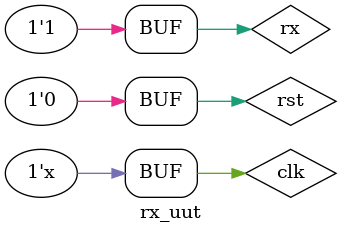
<source format=v>
`timescale 1ns / 1ps


module rx_uut();
    
    wire [7:0] dout;
    wire rx_done_tick;
    reg clk;
    reg rst;
    reg rx;
    
top uut
            (.dout(dout),
             .rx_done_tick(rx_done_tick),
            .clk(clk),
            .rst(rst),
            .rx(rx));
    initial
    begin
        #5;
        rst = 1'b1;
        clk = 1'b1;
        rx = 1'b1;
        #5;
        rst = ~rst;
        clk = 1'b0;
        
        #52160;
        rx = 0;
        #52160;
        rx = 1'b1; //d0
        #52160;
        rx = 1'b0;  //D1
        #52160;
        rx = 1'b1;  //D2
        #52160;
        rx = 1'b1;  //D3
        #52160;
        rx = 1'b0;    //D4
        #52160; 
        rx = 1'b0;  //D5
        #52160;
        rx = 1'b1;  //D6
        #52160;
        rx = 1'b1;  //D7
    end
        
    always
    begin
        #5;
        clk = ~clk;
        #5;
    end
  endmodule  
    
  /*  
    
    localparam T = 500;

    wire [7:0] dout;
    wire rx_done_tick;
    reg clk;
    reg rst;
    wire tick;
    reg [7:0] rx;
    
    top uut
        (.dout(dout),
         .rx_done_tick(rx_done_tick),
        .clk(clk),
        .rst(rst),
        .rx(rx));
    brg brg_uut(
                .s_tick(tick),
                .clk(clk),
                .rst(rst)
                );
    rx rx_uut (
                .d_rx2ic(dout),
                .rx_done(rx_done_tick),
                .clk(clk),
                .rst(rst),
                .s_tick(tick),
                .rx(rx));
    initial
    begin
        #(T/20);
        rst = 1'b1;
        clk = 1'b1;
        #(T/20);
        rst = ~rst;
        clk = 0'b1;
        
        #T;
        rx = 1'b1; //d0
        #(2*T);
        rx = 1'b0;  //D1
        #(2*T);
        rx = 1'b1;  //D2
        #(2*T);
        rx = 1'b1;  //D3
        #(2*T);
        rx = 1'b0;    //D4
        #(2*T); 
        rx = 1'b0;  //D5
        #(2*T);
        rx = 1'b1;  //D6
        #(2*T);
        rx = 1'b1;  //D7
                      
                
    end
    always
        begin
            #(T/10);
            clk = ~clk;
            #(T/10);
        end
endmodule
*/
</source>
